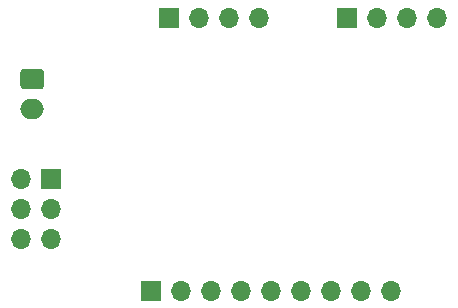
<source format=gbr>
%TF.GenerationSoftware,KiCad,Pcbnew,(5.1.8)-1*%
%TF.CreationDate,2020-12-16T21:52:19-05:00*%
%TF.ProjectId,Arduino Clone,41726475-696e-46f2-9043-6c6f6e652e6b,1.0*%
%TF.SameCoordinates,Original*%
%TF.FileFunction,Soldermask,Bot*%
%TF.FilePolarity,Negative*%
%FSLAX46Y46*%
G04 Gerber Fmt 4.6, Leading zero omitted, Abs format (unit mm)*
G04 Created by KiCad (PCBNEW (5.1.8)-1) date 2020-12-16 21:52:19*
%MOMM*%
%LPD*%
G01*
G04 APERTURE LIST*
%ADD10O,2.000000X1.700000*%
%ADD11R,1.700000X1.700000*%
%ADD12O,1.700000X1.700000*%
G04 APERTURE END LIST*
%TO.C,BT1*%
G36*
G01*
X144982000Y-107544000D02*
X146482000Y-107544000D01*
G75*
G02*
X146732000Y-107794000I0J-250000D01*
G01*
X146732000Y-108994000D01*
G75*
G02*
X146482000Y-109244000I-250000J0D01*
G01*
X144982000Y-109244000D01*
G75*
G02*
X144732000Y-108994000I0J250000D01*
G01*
X144732000Y-107794000D01*
G75*
G02*
X144982000Y-107544000I250000J0D01*
G01*
G37*
D10*
X145732000Y-110894000D03*
%TD*%
D11*
%TO.C,J1*%
X155766000Y-126302000D03*
D12*
X158306000Y-126302000D03*
X160846000Y-126302000D03*
X163386000Y-126302000D03*
X165926000Y-126302000D03*
X168466000Y-126302000D03*
X171006000Y-126302000D03*
X173546000Y-126302000D03*
X176086000Y-126302000D03*
%TD*%
D11*
%TO.C,J2*%
X147320000Y-116840000D03*
D12*
X144780000Y-116840000D03*
X147320000Y-119380000D03*
X144780000Y-119380000D03*
X147320000Y-121920000D03*
X144780000Y-121920000D03*
%TD*%
%TO.C,J3*%
X164910000Y-103188000D03*
X162370000Y-103188000D03*
X159830000Y-103188000D03*
D11*
X157290000Y-103188000D03*
%TD*%
%TO.C,J4*%
X172402000Y-103188000D03*
D12*
X174942000Y-103188000D03*
X177482000Y-103188000D03*
X180022000Y-103188000D03*
%TD*%
M02*

</source>
